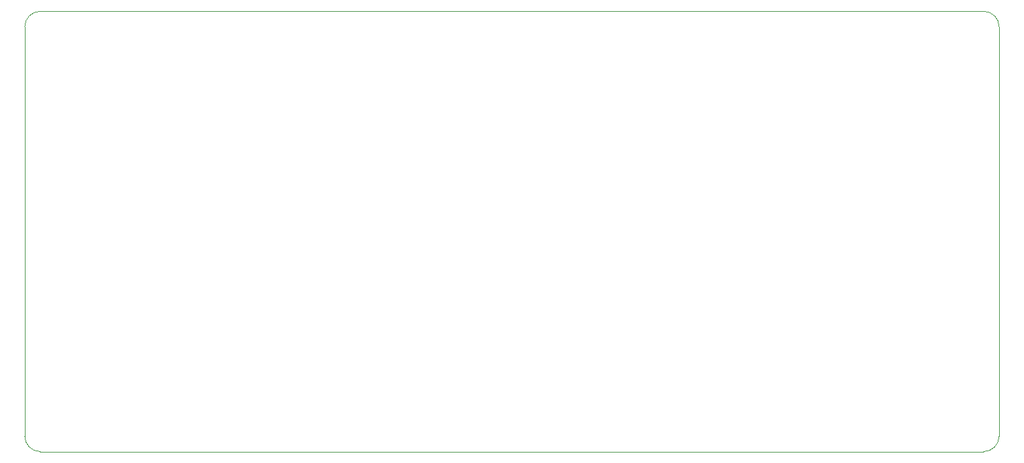
<source format=gbr>
%TF.GenerationSoftware,KiCad,Pcbnew,(7.0.0)*%
%TF.CreationDate,2023-02-28T08:24:30+09:00*%
%TF.ProjectId,wiokey,77696f6b-6579-42e6-9b69-6361645f7063,rev?*%
%TF.SameCoordinates,Original*%
%TF.FileFunction,Profile,NP*%
%FSLAX46Y46*%
G04 Gerber Fmt 4.6, Leading zero omitted, Abs format (unit mm)*
G04 Created by KiCad (PCBNEW (7.0.0)) date 2023-02-28 08:24:30*
%MOMM*%
%LPD*%
G01*
G04 APERTURE LIST*
%TA.AperFunction,Profile*%
%ADD10C,0.100000*%
%TD*%
G04 APERTURE END LIST*
D10*
X110000000Y-61000000D02*
X110000000Y-114000000D01*
X112000000Y-116000000D02*
X234000000Y-116000000D01*
X234000000Y-59000000D02*
X112000000Y-59000000D01*
X110000000Y-114000000D02*
G75*
G03*
X112000000Y-116000000I2000000J0D01*
G01*
X236000000Y-61000000D02*
G75*
G03*
X234000000Y-59000000I-2000000J0D01*
G01*
X112000000Y-59000000D02*
G75*
G03*
X110000000Y-61000000I0J-2000000D01*
G01*
X234000000Y-116000000D02*
G75*
G03*
X236000000Y-114000000I0J2000000D01*
G01*
X236000000Y-114000000D02*
X236000000Y-61000000D01*
M02*

</source>
